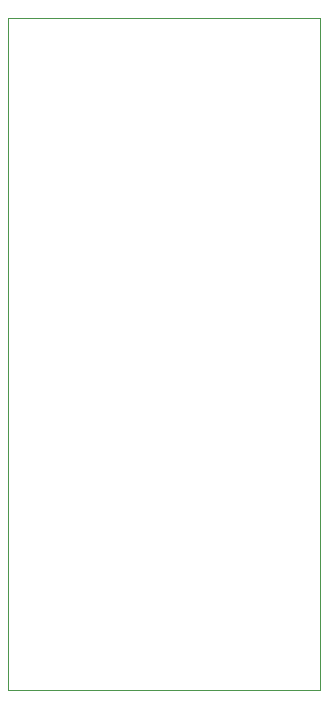
<source format=gbr>
%TF.GenerationSoftware,KiCad,Pcbnew,7.99.0-2389-gf842e6ac7a*%
%TF.CreationDate,2023-09-28T17:07:59+02:00*%
%TF.ProjectId,ESP32 PD Module,45535033-3220-4504-9420-4d6f64756c65,rev?*%
%TF.SameCoordinates,Original*%
%TF.FileFunction,Profile,NP*%
%FSLAX46Y46*%
G04 Gerber Fmt 4.6, Leading zero omitted, Abs format (unit mm)*
G04 Created by KiCad (PCBNEW 7.99.0-2389-gf842e6ac7a) date 2023-09-28 17:07:59*
%MOMM*%
%LPD*%
G01*
G04 APERTURE LIST*
%TA.AperFunction,Profile*%
%ADD10C,0.100000*%
%TD*%
G04 APERTURE END LIST*
D10*
X46500000Y-49000000D02*
X72900000Y-49000000D01*
X72900000Y-105900000D01*
X46500000Y-105900000D01*
X46500000Y-49000000D01*
M02*

</source>
